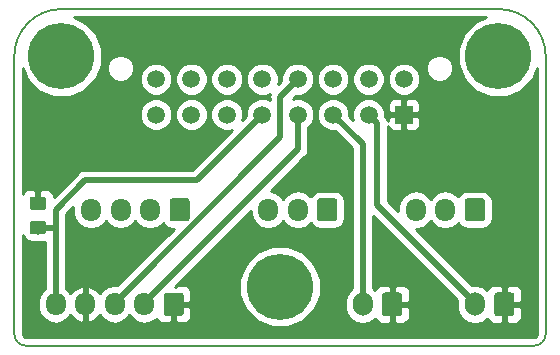
<source format=gtl>
%TF.GenerationSoftware,KiCad,Pcbnew,5.0.2+dfsg1-1*%
%TF.CreationDate,2022-04-03T13:41:23+09:00*%
%TF.ProjectId,toolhead-board,746f6f6c-6865-4616-942d-626f6172642e,rev?*%
%TF.SameCoordinates,Original*%
%TF.FileFunction,Copper,L1,Top*%
%TF.FilePolarity,Positive*%
%FSLAX46Y46*%
G04 Gerber Fmt 4.6, Leading zero omitted, Abs format (unit mm)*
G04 Created by KiCad (PCBNEW 5.0.2+dfsg1-1) date Sun 03 Apr 2022 01:41:23 PM JST*
%MOMM*%
%LPD*%
G01*
G04 APERTURE LIST*
%ADD10C,0.150000*%
%ADD11O,1.700000X1.950000*%
%ADD12C,0.100000*%
%ADD13C,1.700000*%
%ADD14R,1.500500X1.500500*%
%ADD15C,1.500500*%
%ADD16O,1.700000X2.000000*%
%ADD17C,5.600000*%
%ADD18C,1.150000*%
%ADD19C,0.500000*%
%ADD20C,0.254000*%
G04 APERTURE END LIST*
D10*
X165000000Y-98500000D02*
G75*
G02X164000000Y-99500000I-1000000J0D01*
G01*
X121000000Y-99500000D02*
G75*
G02X120000000Y-98500000I0J1000000D01*
G01*
X161000000Y-71000000D02*
G75*
G02X165000000Y-75000000I0J-4000000D01*
G01*
X120000000Y-75000000D02*
G75*
G02X124000000Y-71000000I4000000J0D01*
G01*
X120000000Y-75000000D02*
X120000000Y-98500000D01*
X161000000Y-71000000D02*
X124000000Y-71000000D01*
X165000000Y-98500000D02*
X165000000Y-75000000D01*
X121000000Y-99500000D02*
X164000000Y-99500000D01*
D11*
X154000000Y-88000000D03*
X156500000Y-88000000D03*
D12*
G36*
X159624504Y-87026204D02*
X159648773Y-87029804D01*
X159672571Y-87035765D01*
X159695671Y-87044030D01*
X159717849Y-87054520D01*
X159738893Y-87067133D01*
X159758598Y-87081747D01*
X159776777Y-87098223D01*
X159793253Y-87116402D01*
X159807867Y-87136107D01*
X159820480Y-87157151D01*
X159830970Y-87179329D01*
X159839235Y-87202429D01*
X159845196Y-87226227D01*
X159848796Y-87250496D01*
X159850000Y-87275000D01*
X159850000Y-88725000D01*
X159848796Y-88749504D01*
X159845196Y-88773773D01*
X159839235Y-88797571D01*
X159830970Y-88820671D01*
X159820480Y-88842849D01*
X159807867Y-88863893D01*
X159793253Y-88883598D01*
X159776777Y-88901777D01*
X159758598Y-88918253D01*
X159738893Y-88932867D01*
X159717849Y-88945480D01*
X159695671Y-88955970D01*
X159672571Y-88964235D01*
X159648773Y-88970196D01*
X159624504Y-88973796D01*
X159600000Y-88975000D01*
X158400000Y-88975000D01*
X158375496Y-88973796D01*
X158351227Y-88970196D01*
X158327429Y-88964235D01*
X158304329Y-88955970D01*
X158282151Y-88945480D01*
X158261107Y-88932867D01*
X158241402Y-88918253D01*
X158223223Y-88901777D01*
X158206747Y-88883598D01*
X158192133Y-88863893D01*
X158179520Y-88842849D01*
X158169030Y-88820671D01*
X158160765Y-88797571D01*
X158154804Y-88773773D01*
X158151204Y-88749504D01*
X158150000Y-88725000D01*
X158150000Y-87275000D01*
X158151204Y-87250496D01*
X158154804Y-87226227D01*
X158160765Y-87202429D01*
X158169030Y-87179329D01*
X158179520Y-87157151D01*
X158192133Y-87136107D01*
X158206747Y-87116402D01*
X158223223Y-87098223D01*
X158241402Y-87081747D01*
X158261107Y-87067133D01*
X158282151Y-87054520D01*
X158304329Y-87044030D01*
X158327429Y-87035765D01*
X158351227Y-87029804D01*
X158375496Y-87026204D01*
X158400000Y-87025000D01*
X159600000Y-87025000D01*
X159624504Y-87026204D01*
X159624504Y-87026204D01*
G37*
D13*
X159000000Y-88000000D03*
D14*
X152999994Y-79940000D03*
D15*
X149999995Y-79940000D03*
X146999996Y-79940000D03*
X143999997Y-79940000D03*
X140999998Y-79940000D03*
X137999999Y-79940000D03*
X135000000Y-79940000D03*
X132000000Y-79940000D03*
X152999994Y-76940001D03*
X149999995Y-76940001D03*
X146999996Y-76940001D03*
X143999997Y-76940001D03*
X140999998Y-76940001D03*
X137999999Y-76940001D03*
X135000000Y-76940001D03*
X132000000Y-76940001D03*
D16*
X159000000Y-96000000D03*
D12*
G36*
X162124504Y-95001204D02*
X162148773Y-95004804D01*
X162172571Y-95010765D01*
X162195671Y-95019030D01*
X162217849Y-95029520D01*
X162238893Y-95042133D01*
X162258598Y-95056747D01*
X162276777Y-95073223D01*
X162293253Y-95091402D01*
X162307867Y-95111107D01*
X162320480Y-95132151D01*
X162330970Y-95154329D01*
X162339235Y-95177429D01*
X162345196Y-95201227D01*
X162348796Y-95225496D01*
X162350000Y-95250000D01*
X162350000Y-96750000D01*
X162348796Y-96774504D01*
X162345196Y-96798773D01*
X162339235Y-96822571D01*
X162330970Y-96845671D01*
X162320480Y-96867849D01*
X162307867Y-96888893D01*
X162293253Y-96908598D01*
X162276777Y-96926777D01*
X162258598Y-96943253D01*
X162238893Y-96957867D01*
X162217849Y-96970480D01*
X162195671Y-96980970D01*
X162172571Y-96989235D01*
X162148773Y-96995196D01*
X162124504Y-96998796D01*
X162100000Y-97000000D01*
X160900000Y-97000000D01*
X160875496Y-96998796D01*
X160851227Y-96995196D01*
X160827429Y-96989235D01*
X160804329Y-96980970D01*
X160782151Y-96970480D01*
X160761107Y-96957867D01*
X160741402Y-96943253D01*
X160723223Y-96926777D01*
X160706747Y-96908598D01*
X160692133Y-96888893D01*
X160679520Y-96867849D01*
X160669030Y-96845671D01*
X160660765Y-96822571D01*
X160654804Y-96798773D01*
X160651204Y-96774504D01*
X160650000Y-96750000D01*
X160650000Y-95250000D01*
X160651204Y-95225496D01*
X160654804Y-95201227D01*
X160660765Y-95177429D01*
X160669030Y-95154329D01*
X160679520Y-95132151D01*
X160692133Y-95111107D01*
X160706747Y-95091402D01*
X160723223Y-95073223D01*
X160741402Y-95056747D01*
X160761107Y-95042133D01*
X160782151Y-95029520D01*
X160804329Y-95019030D01*
X160827429Y-95010765D01*
X160851227Y-95004804D01*
X160875496Y-95001204D01*
X160900000Y-95000000D01*
X162100000Y-95000000D01*
X162124504Y-95001204D01*
X162124504Y-95001204D01*
G37*
D13*
X161500000Y-96000000D03*
D12*
G36*
X152624504Y-95001204D02*
X152648773Y-95004804D01*
X152672571Y-95010765D01*
X152695671Y-95019030D01*
X152717849Y-95029520D01*
X152738893Y-95042133D01*
X152758598Y-95056747D01*
X152776777Y-95073223D01*
X152793253Y-95091402D01*
X152807867Y-95111107D01*
X152820480Y-95132151D01*
X152830970Y-95154329D01*
X152839235Y-95177429D01*
X152845196Y-95201227D01*
X152848796Y-95225496D01*
X152850000Y-95250000D01*
X152850000Y-96750000D01*
X152848796Y-96774504D01*
X152845196Y-96798773D01*
X152839235Y-96822571D01*
X152830970Y-96845671D01*
X152820480Y-96867849D01*
X152807867Y-96888893D01*
X152793253Y-96908598D01*
X152776777Y-96926777D01*
X152758598Y-96943253D01*
X152738893Y-96957867D01*
X152717849Y-96970480D01*
X152695671Y-96980970D01*
X152672571Y-96989235D01*
X152648773Y-96995196D01*
X152624504Y-96998796D01*
X152600000Y-97000000D01*
X151400000Y-97000000D01*
X151375496Y-96998796D01*
X151351227Y-96995196D01*
X151327429Y-96989235D01*
X151304329Y-96980970D01*
X151282151Y-96970480D01*
X151261107Y-96957867D01*
X151241402Y-96943253D01*
X151223223Y-96926777D01*
X151206747Y-96908598D01*
X151192133Y-96888893D01*
X151179520Y-96867849D01*
X151169030Y-96845671D01*
X151160765Y-96822571D01*
X151154804Y-96798773D01*
X151151204Y-96774504D01*
X151150000Y-96750000D01*
X151150000Y-95250000D01*
X151151204Y-95225496D01*
X151154804Y-95201227D01*
X151160765Y-95177429D01*
X151169030Y-95154329D01*
X151179520Y-95132151D01*
X151192133Y-95111107D01*
X151206747Y-95091402D01*
X151223223Y-95073223D01*
X151241402Y-95056747D01*
X151261107Y-95042133D01*
X151282151Y-95029520D01*
X151304329Y-95019030D01*
X151327429Y-95010765D01*
X151351227Y-95004804D01*
X151375496Y-95001204D01*
X151400000Y-95000000D01*
X152600000Y-95000000D01*
X152624504Y-95001204D01*
X152624504Y-95001204D01*
G37*
D13*
X152000000Y-96000000D03*
D16*
X149500000Y-96000000D03*
D12*
G36*
X147124504Y-87026204D02*
X147148773Y-87029804D01*
X147172571Y-87035765D01*
X147195671Y-87044030D01*
X147217849Y-87054520D01*
X147238893Y-87067133D01*
X147258598Y-87081747D01*
X147276777Y-87098223D01*
X147293253Y-87116402D01*
X147307867Y-87136107D01*
X147320480Y-87157151D01*
X147330970Y-87179329D01*
X147339235Y-87202429D01*
X147345196Y-87226227D01*
X147348796Y-87250496D01*
X147350000Y-87275000D01*
X147350000Y-88725000D01*
X147348796Y-88749504D01*
X147345196Y-88773773D01*
X147339235Y-88797571D01*
X147330970Y-88820671D01*
X147320480Y-88842849D01*
X147307867Y-88863893D01*
X147293253Y-88883598D01*
X147276777Y-88901777D01*
X147258598Y-88918253D01*
X147238893Y-88932867D01*
X147217849Y-88945480D01*
X147195671Y-88955970D01*
X147172571Y-88964235D01*
X147148773Y-88970196D01*
X147124504Y-88973796D01*
X147100000Y-88975000D01*
X145900000Y-88975000D01*
X145875496Y-88973796D01*
X145851227Y-88970196D01*
X145827429Y-88964235D01*
X145804329Y-88955970D01*
X145782151Y-88945480D01*
X145761107Y-88932867D01*
X145741402Y-88918253D01*
X145723223Y-88901777D01*
X145706747Y-88883598D01*
X145692133Y-88863893D01*
X145679520Y-88842849D01*
X145669030Y-88820671D01*
X145660765Y-88797571D01*
X145654804Y-88773773D01*
X145651204Y-88749504D01*
X145650000Y-88725000D01*
X145650000Y-87275000D01*
X145651204Y-87250496D01*
X145654804Y-87226227D01*
X145660765Y-87202429D01*
X145669030Y-87179329D01*
X145679520Y-87157151D01*
X145692133Y-87136107D01*
X145706747Y-87116402D01*
X145723223Y-87098223D01*
X145741402Y-87081747D01*
X145761107Y-87067133D01*
X145782151Y-87054520D01*
X145804329Y-87044030D01*
X145827429Y-87035765D01*
X145851227Y-87029804D01*
X145875496Y-87026204D01*
X145900000Y-87025000D01*
X147100000Y-87025000D01*
X147124504Y-87026204D01*
X147124504Y-87026204D01*
G37*
D13*
X146500000Y-88000000D03*
D11*
X144000000Y-88000000D03*
X141500000Y-88000000D03*
D12*
G36*
X134624504Y-87026204D02*
X134648773Y-87029804D01*
X134672571Y-87035765D01*
X134695671Y-87044030D01*
X134717849Y-87054520D01*
X134738893Y-87067133D01*
X134758598Y-87081747D01*
X134776777Y-87098223D01*
X134793253Y-87116402D01*
X134807867Y-87136107D01*
X134820480Y-87157151D01*
X134830970Y-87179329D01*
X134839235Y-87202429D01*
X134845196Y-87226227D01*
X134848796Y-87250496D01*
X134850000Y-87275000D01*
X134850000Y-88725000D01*
X134848796Y-88749504D01*
X134845196Y-88773773D01*
X134839235Y-88797571D01*
X134830970Y-88820671D01*
X134820480Y-88842849D01*
X134807867Y-88863893D01*
X134793253Y-88883598D01*
X134776777Y-88901777D01*
X134758598Y-88918253D01*
X134738893Y-88932867D01*
X134717849Y-88945480D01*
X134695671Y-88955970D01*
X134672571Y-88964235D01*
X134648773Y-88970196D01*
X134624504Y-88973796D01*
X134600000Y-88975000D01*
X133400000Y-88975000D01*
X133375496Y-88973796D01*
X133351227Y-88970196D01*
X133327429Y-88964235D01*
X133304329Y-88955970D01*
X133282151Y-88945480D01*
X133261107Y-88932867D01*
X133241402Y-88918253D01*
X133223223Y-88901777D01*
X133206747Y-88883598D01*
X133192133Y-88863893D01*
X133179520Y-88842849D01*
X133169030Y-88820671D01*
X133160765Y-88797571D01*
X133154804Y-88773773D01*
X133151204Y-88749504D01*
X133150000Y-88725000D01*
X133150000Y-87275000D01*
X133151204Y-87250496D01*
X133154804Y-87226227D01*
X133160765Y-87202429D01*
X133169030Y-87179329D01*
X133179520Y-87157151D01*
X133192133Y-87136107D01*
X133206747Y-87116402D01*
X133223223Y-87098223D01*
X133241402Y-87081747D01*
X133261107Y-87067133D01*
X133282151Y-87054520D01*
X133304329Y-87044030D01*
X133327429Y-87035765D01*
X133351227Y-87029804D01*
X133375496Y-87026204D01*
X133400000Y-87025000D01*
X134600000Y-87025000D01*
X134624504Y-87026204D01*
X134624504Y-87026204D01*
G37*
D13*
X134000000Y-88000000D03*
D11*
X131500000Y-88000000D03*
X129000000Y-88000000D03*
X126500000Y-88000000D03*
D12*
G36*
X134124504Y-95026204D02*
X134148773Y-95029804D01*
X134172571Y-95035765D01*
X134195671Y-95044030D01*
X134217849Y-95054520D01*
X134238893Y-95067133D01*
X134258598Y-95081747D01*
X134276777Y-95098223D01*
X134293253Y-95116402D01*
X134307867Y-95136107D01*
X134320480Y-95157151D01*
X134330970Y-95179329D01*
X134339235Y-95202429D01*
X134345196Y-95226227D01*
X134348796Y-95250496D01*
X134350000Y-95275000D01*
X134350000Y-96725000D01*
X134348796Y-96749504D01*
X134345196Y-96773773D01*
X134339235Y-96797571D01*
X134330970Y-96820671D01*
X134320480Y-96842849D01*
X134307867Y-96863893D01*
X134293253Y-96883598D01*
X134276777Y-96901777D01*
X134258598Y-96918253D01*
X134238893Y-96932867D01*
X134217849Y-96945480D01*
X134195671Y-96955970D01*
X134172571Y-96964235D01*
X134148773Y-96970196D01*
X134124504Y-96973796D01*
X134100000Y-96975000D01*
X132900000Y-96975000D01*
X132875496Y-96973796D01*
X132851227Y-96970196D01*
X132827429Y-96964235D01*
X132804329Y-96955970D01*
X132782151Y-96945480D01*
X132761107Y-96932867D01*
X132741402Y-96918253D01*
X132723223Y-96901777D01*
X132706747Y-96883598D01*
X132692133Y-96863893D01*
X132679520Y-96842849D01*
X132669030Y-96820671D01*
X132660765Y-96797571D01*
X132654804Y-96773773D01*
X132651204Y-96749504D01*
X132650000Y-96725000D01*
X132650000Y-95275000D01*
X132651204Y-95250496D01*
X132654804Y-95226227D01*
X132660765Y-95202429D01*
X132669030Y-95179329D01*
X132679520Y-95157151D01*
X132692133Y-95136107D01*
X132706747Y-95116402D01*
X132723223Y-95098223D01*
X132741402Y-95081747D01*
X132761107Y-95067133D01*
X132782151Y-95054520D01*
X132804329Y-95044030D01*
X132827429Y-95035765D01*
X132851227Y-95029804D01*
X132875496Y-95026204D01*
X132900000Y-95025000D01*
X134100000Y-95025000D01*
X134124504Y-95026204D01*
X134124504Y-95026204D01*
G37*
D13*
X133500000Y-96000000D03*
D11*
X131000000Y-96000000D03*
X128500000Y-96000000D03*
X126000000Y-96000000D03*
X123500000Y-96000000D03*
D17*
X124000000Y-75000000D03*
X161000000Y-75000000D03*
X142500000Y-94500000D03*
D12*
G36*
X122474505Y-88926204D02*
X122498773Y-88929804D01*
X122522572Y-88935765D01*
X122545671Y-88944030D01*
X122567850Y-88954520D01*
X122588893Y-88967132D01*
X122608599Y-88981747D01*
X122626777Y-88998223D01*
X122643253Y-89016401D01*
X122657868Y-89036107D01*
X122670480Y-89057150D01*
X122680970Y-89079329D01*
X122689235Y-89102428D01*
X122695196Y-89126227D01*
X122698796Y-89150495D01*
X122700000Y-89174999D01*
X122700000Y-89825001D01*
X122698796Y-89849505D01*
X122695196Y-89873773D01*
X122689235Y-89897572D01*
X122680970Y-89920671D01*
X122670480Y-89942850D01*
X122657868Y-89963893D01*
X122643253Y-89983599D01*
X122626777Y-90001777D01*
X122608599Y-90018253D01*
X122588893Y-90032868D01*
X122567850Y-90045480D01*
X122545671Y-90055970D01*
X122522572Y-90064235D01*
X122498773Y-90070196D01*
X122474505Y-90073796D01*
X122450001Y-90075000D01*
X121549999Y-90075000D01*
X121525495Y-90073796D01*
X121501227Y-90070196D01*
X121477428Y-90064235D01*
X121454329Y-90055970D01*
X121432150Y-90045480D01*
X121411107Y-90032868D01*
X121391401Y-90018253D01*
X121373223Y-90001777D01*
X121356747Y-89983599D01*
X121342132Y-89963893D01*
X121329520Y-89942850D01*
X121319030Y-89920671D01*
X121310765Y-89897572D01*
X121304804Y-89873773D01*
X121301204Y-89849505D01*
X121300000Y-89825001D01*
X121300000Y-89174999D01*
X121301204Y-89150495D01*
X121304804Y-89126227D01*
X121310765Y-89102428D01*
X121319030Y-89079329D01*
X121329520Y-89057150D01*
X121342132Y-89036107D01*
X121356747Y-89016401D01*
X121373223Y-88998223D01*
X121391401Y-88981747D01*
X121411107Y-88967132D01*
X121432150Y-88954520D01*
X121454329Y-88944030D01*
X121477428Y-88935765D01*
X121501227Y-88929804D01*
X121525495Y-88926204D01*
X121549999Y-88925000D01*
X122450001Y-88925000D01*
X122474505Y-88926204D01*
X122474505Y-88926204D01*
G37*
D18*
X122000000Y-89500000D03*
D12*
G36*
X122474505Y-86876204D02*
X122498773Y-86879804D01*
X122522572Y-86885765D01*
X122545671Y-86894030D01*
X122567850Y-86904520D01*
X122588893Y-86917132D01*
X122608599Y-86931747D01*
X122626777Y-86948223D01*
X122643253Y-86966401D01*
X122657868Y-86986107D01*
X122670480Y-87007150D01*
X122680970Y-87029329D01*
X122689235Y-87052428D01*
X122695196Y-87076227D01*
X122698796Y-87100495D01*
X122700000Y-87124999D01*
X122700000Y-87775001D01*
X122698796Y-87799505D01*
X122695196Y-87823773D01*
X122689235Y-87847572D01*
X122680970Y-87870671D01*
X122670480Y-87892850D01*
X122657868Y-87913893D01*
X122643253Y-87933599D01*
X122626777Y-87951777D01*
X122608599Y-87968253D01*
X122588893Y-87982868D01*
X122567850Y-87995480D01*
X122545671Y-88005970D01*
X122522572Y-88014235D01*
X122498773Y-88020196D01*
X122474505Y-88023796D01*
X122450001Y-88025000D01*
X121549999Y-88025000D01*
X121525495Y-88023796D01*
X121501227Y-88020196D01*
X121477428Y-88014235D01*
X121454329Y-88005970D01*
X121432150Y-87995480D01*
X121411107Y-87982868D01*
X121391401Y-87968253D01*
X121373223Y-87951777D01*
X121356747Y-87933599D01*
X121342132Y-87913893D01*
X121329520Y-87892850D01*
X121319030Y-87870671D01*
X121310765Y-87847572D01*
X121304804Y-87823773D01*
X121301204Y-87799505D01*
X121300000Y-87775001D01*
X121300000Y-87124999D01*
X121301204Y-87100495D01*
X121304804Y-87076227D01*
X121310765Y-87052428D01*
X121319030Y-87029329D01*
X121329520Y-87007150D01*
X121342132Y-86986107D01*
X121356747Y-86966401D01*
X121373223Y-86948223D01*
X121391401Y-86931747D01*
X121411107Y-86917132D01*
X121432150Y-86904520D01*
X121454329Y-86894030D01*
X121477428Y-86885765D01*
X121501227Y-86879804D01*
X121525495Y-86876204D01*
X121549999Y-86875000D01*
X122450001Y-86875000D01*
X122474505Y-86876204D01*
X122474505Y-86876204D01*
G37*
D18*
X122000000Y-87450000D03*
D19*
X159000000Y-95850000D02*
X159000000Y-96000000D01*
X150750244Y-87600244D02*
X159000000Y-95850000D01*
X150750244Y-80690249D02*
X150750244Y-87600244D01*
X149999995Y-79940000D02*
X150750244Y-80690249D01*
X149500000Y-82440004D02*
X149500000Y-96000000D01*
X146999996Y-79940000D02*
X149500000Y-82440004D01*
X123500000Y-96000000D02*
X123500000Y-91000000D01*
X135439998Y-85500000D02*
X140999998Y-79940000D01*
X126000000Y-85500000D02*
X135439998Y-85500000D01*
X123500000Y-88000000D02*
X126000000Y-85500000D01*
X122000000Y-89500000D02*
X123500000Y-89500000D01*
X123500000Y-91000000D02*
X123500000Y-89500000D01*
X123500000Y-89500000D02*
X123500000Y-88000000D01*
X128500000Y-95875000D02*
X142500000Y-81875000D01*
X128500000Y-96000000D02*
X128500000Y-95875000D01*
X142500000Y-78439998D02*
X143999997Y-76940001D01*
X142500000Y-81875000D02*
X142500000Y-78439998D01*
X143999997Y-81001013D02*
X143999997Y-79940000D01*
X143999997Y-82875003D02*
X143999997Y-81001013D01*
X131000000Y-95875000D02*
X143999997Y-82875003D01*
X131000000Y-96000000D02*
X131000000Y-95875000D01*
D20*
G36*
X159054229Y-72087947D02*
X158087947Y-73054229D01*
X157565000Y-74316736D01*
X157565000Y-75683264D01*
X158087947Y-76945771D01*
X159054229Y-77912053D01*
X160316736Y-78435000D01*
X161683264Y-78435000D01*
X162945771Y-77912053D01*
X163912053Y-76945771D01*
X164290001Y-76033323D01*
X164290000Y-98430070D01*
X164255074Y-98605655D01*
X164195225Y-98695226D01*
X164105655Y-98755074D01*
X163930070Y-98790000D01*
X121069930Y-98790000D01*
X120894345Y-98755074D01*
X120804774Y-98695225D01*
X120744926Y-98605655D01*
X120710000Y-98430070D01*
X120710000Y-90113773D01*
X120720873Y-90168436D01*
X120915414Y-90459586D01*
X121206564Y-90654127D01*
X121549999Y-90722440D01*
X122450001Y-90722440D01*
X122615000Y-90689620D01*
X122615000Y-91087164D01*
X122615001Y-91087169D01*
X122615000Y-94680344D01*
X122429375Y-94804375D01*
X122101161Y-95295582D01*
X122015000Y-95728744D01*
X122015000Y-96271255D01*
X122101161Y-96704417D01*
X122429375Y-97195625D01*
X122920582Y-97523839D01*
X123500000Y-97639092D01*
X124079417Y-97523839D01*
X124570625Y-97195625D01*
X124753246Y-96922313D01*
X125128807Y-97327497D01*
X125643110Y-97566476D01*
X125873000Y-97445155D01*
X125873000Y-96127000D01*
X125853000Y-96127000D01*
X125853000Y-95873000D01*
X125873000Y-95873000D01*
X125873000Y-94554845D01*
X125643110Y-94433524D01*
X125128807Y-94672503D01*
X124753246Y-95077687D01*
X124570625Y-94804375D01*
X124385000Y-94680344D01*
X124385000Y-89587164D01*
X124402338Y-89500000D01*
X124385000Y-89412835D01*
X124385000Y-88366578D01*
X125015000Y-87736578D01*
X125015000Y-88271255D01*
X125101161Y-88704417D01*
X125429375Y-89195625D01*
X125920582Y-89523839D01*
X126500000Y-89639092D01*
X127079417Y-89523839D01*
X127570625Y-89195625D01*
X127750000Y-88927171D01*
X127929375Y-89195625D01*
X128420582Y-89523839D01*
X129000000Y-89639092D01*
X129579417Y-89523839D01*
X130070625Y-89195625D01*
X130250000Y-88927171D01*
X130429375Y-89195625D01*
X130920582Y-89523839D01*
X131500000Y-89639092D01*
X132079417Y-89523839D01*
X132570625Y-89195625D01*
X132613242Y-89131844D01*
X132765414Y-89359586D01*
X133056565Y-89554126D01*
X133400000Y-89622440D01*
X133500982Y-89622440D01*
X128718960Y-94404462D01*
X128500000Y-94360908D01*
X127920583Y-94476161D01*
X127429375Y-94804375D01*
X127246754Y-95077687D01*
X126871193Y-94672503D01*
X126356890Y-94433524D01*
X126127000Y-94554845D01*
X126127000Y-95873000D01*
X126147000Y-95873000D01*
X126147000Y-96127000D01*
X126127000Y-96127000D01*
X126127000Y-97445155D01*
X126356890Y-97566476D01*
X126871193Y-97327497D01*
X127246754Y-96922313D01*
X127429375Y-97195625D01*
X127920582Y-97523839D01*
X128500000Y-97639092D01*
X129079417Y-97523839D01*
X129570625Y-97195625D01*
X129750000Y-96927171D01*
X129929375Y-97195625D01*
X130420582Y-97523839D01*
X131000000Y-97639092D01*
X131579417Y-97523839D01*
X132057656Y-97204291D01*
X132111673Y-97334699D01*
X132290302Y-97513327D01*
X132523691Y-97610000D01*
X133214250Y-97610000D01*
X133373000Y-97451250D01*
X133373000Y-96127000D01*
X133627000Y-96127000D01*
X133627000Y-97451250D01*
X133785750Y-97610000D01*
X134476309Y-97610000D01*
X134709698Y-97513327D01*
X134888327Y-97334699D01*
X134985000Y-97101310D01*
X134985000Y-96285750D01*
X134826250Y-96127000D01*
X133627000Y-96127000D01*
X133373000Y-96127000D01*
X133353000Y-96127000D01*
X133353000Y-95873000D01*
X133373000Y-95873000D01*
X133373000Y-95853000D01*
X133627000Y-95853000D01*
X133627000Y-95873000D01*
X134826250Y-95873000D01*
X134985000Y-95714250D01*
X134985000Y-94898690D01*
X134888327Y-94665301D01*
X134709698Y-94486673D01*
X134476309Y-94390000D01*
X133785750Y-94390000D01*
X133627002Y-94548748D01*
X133627002Y-94499576D01*
X134309842Y-93816736D01*
X139065000Y-93816736D01*
X139065000Y-95183264D01*
X139587947Y-96445771D01*
X140554229Y-97412053D01*
X141816736Y-97935000D01*
X143183264Y-97935000D01*
X144445771Y-97412053D01*
X145412053Y-96445771D01*
X145935000Y-95183264D01*
X145935000Y-93816736D01*
X145412053Y-92554229D01*
X144445771Y-91587947D01*
X143183264Y-91065000D01*
X141816736Y-91065000D01*
X140554229Y-91587947D01*
X139587947Y-92554229D01*
X139065000Y-93816736D01*
X134309842Y-93816736D01*
X140015000Y-88111579D01*
X140015000Y-88271255D01*
X140101161Y-88704417D01*
X140429375Y-89195625D01*
X140920582Y-89523839D01*
X141500000Y-89639092D01*
X142079417Y-89523839D01*
X142570625Y-89195625D01*
X142750000Y-88927171D01*
X142929375Y-89195625D01*
X143420582Y-89523839D01*
X144000000Y-89639092D01*
X144579417Y-89523839D01*
X145070625Y-89195625D01*
X145113242Y-89131844D01*
X145265414Y-89359586D01*
X145556565Y-89554126D01*
X145900000Y-89622440D01*
X147100000Y-89622440D01*
X147443435Y-89554126D01*
X147734586Y-89359586D01*
X147929126Y-89068435D01*
X147997440Y-88725000D01*
X147997440Y-87275000D01*
X147929126Y-86931565D01*
X147734586Y-86640414D01*
X147443435Y-86445874D01*
X147100000Y-86377560D01*
X145900000Y-86377560D01*
X145556565Y-86445874D01*
X145265414Y-86640414D01*
X145113242Y-86868156D01*
X145070625Y-86804375D01*
X144579418Y-86476161D01*
X144000000Y-86360908D01*
X143420583Y-86476161D01*
X142929375Y-86804375D01*
X142750000Y-87072829D01*
X142570625Y-86804375D01*
X142079418Y-86476161D01*
X141721593Y-86404985D01*
X144564154Y-83562425D01*
X144638046Y-83513052D01*
X144833649Y-83220313D01*
X144884997Y-82962168D01*
X144884997Y-82962163D01*
X144902334Y-82875004D01*
X144884997Y-82787844D01*
X144884997Y-81014040D01*
X145174356Y-80724681D01*
X145385247Y-80215543D01*
X145385247Y-79664457D01*
X145614746Y-79664457D01*
X145614746Y-80215543D01*
X145825637Y-80724681D01*
X146215315Y-81114359D01*
X146724453Y-81325250D01*
X147133668Y-81325250D01*
X148615000Y-82806583D01*
X148615001Y-94655344D01*
X148429375Y-94779375D01*
X148101161Y-95270582D01*
X148015000Y-95703744D01*
X148015000Y-96296255D01*
X148101161Y-96729417D01*
X148429375Y-97220625D01*
X148920582Y-97548839D01*
X149500000Y-97664092D01*
X150079417Y-97548839D01*
X150557656Y-97229291D01*
X150611673Y-97359699D01*
X150790302Y-97538327D01*
X151023691Y-97635000D01*
X151714250Y-97635000D01*
X151873000Y-97476250D01*
X151873000Y-96127000D01*
X152127000Y-96127000D01*
X152127000Y-97476250D01*
X152285750Y-97635000D01*
X152976309Y-97635000D01*
X153209698Y-97538327D01*
X153388327Y-97359699D01*
X153485000Y-97126310D01*
X153485000Y-96285750D01*
X153326250Y-96127000D01*
X152127000Y-96127000D01*
X151873000Y-96127000D01*
X151853000Y-96127000D01*
X151853000Y-95873000D01*
X151873000Y-95873000D01*
X151873000Y-94523750D01*
X152127000Y-94523750D01*
X152127000Y-95873000D01*
X153326250Y-95873000D01*
X153485000Y-95714250D01*
X153485000Y-94873690D01*
X153388327Y-94640301D01*
X153209698Y-94461673D01*
X152976309Y-94365000D01*
X152285750Y-94365000D01*
X152127000Y-94523750D01*
X151873000Y-94523750D01*
X151714250Y-94365000D01*
X151023691Y-94365000D01*
X150790302Y-94461673D01*
X150611673Y-94640301D01*
X150557656Y-94770709D01*
X150385000Y-94655344D01*
X150385000Y-88486578D01*
X157529462Y-95631040D01*
X157515000Y-95703744D01*
X157515000Y-96296255D01*
X157601161Y-96729417D01*
X157929375Y-97220625D01*
X158420582Y-97548839D01*
X159000000Y-97664092D01*
X159579417Y-97548839D01*
X160057656Y-97229291D01*
X160111673Y-97359699D01*
X160290302Y-97538327D01*
X160523691Y-97635000D01*
X161214250Y-97635000D01*
X161373000Y-97476250D01*
X161373000Y-96127000D01*
X161627000Y-96127000D01*
X161627000Y-97476250D01*
X161785750Y-97635000D01*
X162476309Y-97635000D01*
X162709698Y-97538327D01*
X162888327Y-97359699D01*
X162985000Y-97126310D01*
X162985000Y-96285750D01*
X162826250Y-96127000D01*
X161627000Y-96127000D01*
X161373000Y-96127000D01*
X161353000Y-96127000D01*
X161353000Y-95873000D01*
X161373000Y-95873000D01*
X161373000Y-94523750D01*
X161627000Y-94523750D01*
X161627000Y-95873000D01*
X162826250Y-95873000D01*
X162985000Y-95714250D01*
X162985000Y-94873690D01*
X162888327Y-94640301D01*
X162709698Y-94461673D01*
X162476309Y-94365000D01*
X161785750Y-94365000D01*
X161627000Y-94523750D01*
X161373000Y-94523750D01*
X161214250Y-94365000D01*
X160523691Y-94365000D01*
X160290302Y-94461673D01*
X160111673Y-94640301D01*
X160057656Y-94770709D01*
X159579418Y-94451161D01*
X159000000Y-94335908D01*
X158781041Y-94379462D01*
X154033923Y-89632344D01*
X154579417Y-89523839D01*
X155070625Y-89195625D01*
X155250000Y-88927171D01*
X155429375Y-89195625D01*
X155920582Y-89523839D01*
X156500000Y-89639092D01*
X157079417Y-89523839D01*
X157570625Y-89195625D01*
X157613242Y-89131844D01*
X157765414Y-89359586D01*
X158056565Y-89554126D01*
X158400000Y-89622440D01*
X159600000Y-89622440D01*
X159943435Y-89554126D01*
X160234586Y-89359586D01*
X160429126Y-89068435D01*
X160497440Y-88725000D01*
X160497440Y-87275000D01*
X160429126Y-86931565D01*
X160234586Y-86640414D01*
X159943435Y-86445874D01*
X159600000Y-86377560D01*
X158400000Y-86377560D01*
X158056565Y-86445874D01*
X157765414Y-86640414D01*
X157613242Y-86868156D01*
X157570625Y-86804375D01*
X157079418Y-86476161D01*
X156500000Y-86360908D01*
X155920583Y-86476161D01*
X155429375Y-86804375D01*
X155250000Y-87072829D01*
X155070625Y-86804375D01*
X154579418Y-86476161D01*
X154000000Y-86360908D01*
X153420583Y-86476161D01*
X152929375Y-86804375D01*
X152601161Y-87295582D01*
X152515000Y-87728744D01*
X152515000Y-88113422D01*
X151635244Y-87233666D01*
X151635244Y-80866051D01*
X151711417Y-81049949D01*
X151890046Y-81228577D01*
X152123435Y-81325250D01*
X152714244Y-81325250D01*
X152872994Y-81166500D01*
X152872994Y-80067000D01*
X153126994Y-80067000D01*
X153126994Y-81166500D01*
X153285744Y-81325250D01*
X153876553Y-81325250D01*
X154109942Y-81228577D01*
X154288571Y-81049949D01*
X154385244Y-80816560D01*
X154385244Y-80225750D01*
X154226494Y-80067000D01*
X153126994Y-80067000D01*
X152872994Y-80067000D01*
X151773494Y-80067000D01*
X151614744Y-80225750D01*
X151614744Y-80500023D01*
X151583896Y-80344939D01*
X151388293Y-80052200D01*
X151385245Y-80050163D01*
X151385245Y-79664457D01*
X151174354Y-79155319D01*
X151082475Y-79063440D01*
X151614744Y-79063440D01*
X151614744Y-79654250D01*
X151773494Y-79813000D01*
X152872994Y-79813000D01*
X152872994Y-78713500D01*
X153126994Y-78713500D01*
X153126994Y-79813000D01*
X154226494Y-79813000D01*
X154385244Y-79654250D01*
X154385244Y-79063440D01*
X154288571Y-78830051D01*
X154109942Y-78651423D01*
X153876553Y-78554750D01*
X153285744Y-78554750D01*
X153126994Y-78713500D01*
X152872994Y-78713500D01*
X152714244Y-78554750D01*
X152123435Y-78554750D01*
X151890046Y-78651423D01*
X151711417Y-78830051D01*
X151614744Y-79063440D01*
X151082475Y-79063440D01*
X150784676Y-78765641D01*
X150275538Y-78554750D01*
X149724452Y-78554750D01*
X149215314Y-78765641D01*
X148825636Y-79155319D01*
X148614745Y-79664457D01*
X148614745Y-80215543D01*
X148676707Y-80365132D01*
X148385246Y-80073672D01*
X148385246Y-79664457D01*
X148174355Y-79155319D01*
X147784677Y-78765641D01*
X147275539Y-78554750D01*
X146724453Y-78554750D01*
X146215315Y-78765641D01*
X145825637Y-79155319D01*
X145614746Y-79664457D01*
X145385247Y-79664457D01*
X145174356Y-79155319D01*
X144784678Y-78765641D01*
X144275540Y-78554750D01*
X143724454Y-78554750D01*
X143574865Y-78616712D01*
X143866325Y-78325251D01*
X144275540Y-78325251D01*
X144784678Y-78114360D01*
X145174356Y-77724682D01*
X145385247Y-77215544D01*
X145385247Y-76664458D01*
X145614746Y-76664458D01*
X145614746Y-77215544D01*
X145825637Y-77724682D01*
X146215315Y-78114360D01*
X146724453Y-78325251D01*
X147275539Y-78325251D01*
X147784677Y-78114360D01*
X148174355Y-77724682D01*
X148385246Y-77215544D01*
X148385246Y-76664458D01*
X148614745Y-76664458D01*
X148614745Y-77215544D01*
X148825636Y-77724682D01*
X149215314Y-78114360D01*
X149724452Y-78325251D01*
X150275538Y-78325251D01*
X150784676Y-78114360D01*
X151174354Y-77724682D01*
X151385245Y-77215544D01*
X151385245Y-76664458D01*
X151614744Y-76664458D01*
X151614744Y-77215544D01*
X151825635Y-77724682D01*
X152215313Y-78114360D01*
X152724451Y-78325251D01*
X153275537Y-78325251D01*
X153784675Y-78114360D01*
X154174353Y-77724682D01*
X154385244Y-77215544D01*
X154385244Y-76664458D01*
X154174353Y-76155320D01*
X153791278Y-75772245D01*
X154854993Y-75772245D01*
X154854993Y-76227755D01*
X155029309Y-76648590D01*
X155351403Y-76970684D01*
X155772238Y-77145000D01*
X156227748Y-77145000D01*
X156648583Y-76970684D01*
X156970677Y-76648590D01*
X157144993Y-76227755D01*
X157144993Y-75772245D01*
X156970677Y-75351410D01*
X156648583Y-75029316D01*
X156227748Y-74855000D01*
X155772238Y-74855000D01*
X155351403Y-75029316D01*
X155029309Y-75351410D01*
X154854993Y-75772245D01*
X153791278Y-75772245D01*
X153784675Y-75765642D01*
X153275537Y-75554751D01*
X152724451Y-75554751D01*
X152215313Y-75765642D01*
X151825635Y-76155320D01*
X151614744Y-76664458D01*
X151385245Y-76664458D01*
X151174354Y-76155320D01*
X150784676Y-75765642D01*
X150275538Y-75554751D01*
X149724452Y-75554751D01*
X149215314Y-75765642D01*
X148825636Y-76155320D01*
X148614745Y-76664458D01*
X148385246Y-76664458D01*
X148174355Y-76155320D01*
X147784677Y-75765642D01*
X147275539Y-75554751D01*
X146724453Y-75554751D01*
X146215315Y-75765642D01*
X145825637Y-76155320D01*
X145614746Y-76664458D01*
X145385247Y-76664458D01*
X145174356Y-76155320D01*
X144784678Y-75765642D01*
X144275540Y-75554751D01*
X143724454Y-75554751D01*
X143215316Y-75765642D01*
X142825638Y-76155320D01*
X142614747Y-76664458D01*
X142614747Y-77073673D01*
X142323286Y-77365133D01*
X142385248Y-77215544D01*
X142385248Y-76664458D01*
X142174357Y-76155320D01*
X141784679Y-75765642D01*
X141275541Y-75554751D01*
X140724455Y-75554751D01*
X140215317Y-75765642D01*
X139825639Y-76155320D01*
X139614748Y-76664458D01*
X139614748Y-77215544D01*
X139825639Y-77724682D01*
X140215317Y-78114360D01*
X140724455Y-78325251D01*
X141275541Y-78325251D01*
X141651459Y-78169541D01*
X141597663Y-78439998D01*
X141615001Y-78527163D01*
X141615001Y-78695358D01*
X141275541Y-78554750D01*
X140724455Y-78554750D01*
X140215317Y-78765641D01*
X139825639Y-79155319D01*
X139614748Y-79664457D01*
X139614748Y-80073671D01*
X139323288Y-80365132D01*
X139385249Y-80215543D01*
X139385249Y-79664457D01*
X139174358Y-79155319D01*
X138784680Y-78765641D01*
X138275542Y-78554750D01*
X137724456Y-78554750D01*
X137215318Y-78765641D01*
X136825640Y-79155319D01*
X136614749Y-79664457D01*
X136614749Y-80215543D01*
X136825640Y-80724681D01*
X137215318Y-81114359D01*
X137724456Y-81325250D01*
X138275542Y-81325250D01*
X138425131Y-81263289D01*
X135073420Y-84615000D01*
X126087161Y-84615000D01*
X126000000Y-84597663D01*
X125912839Y-84615000D01*
X125912835Y-84615000D01*
X125654690Y-84666348D01*
X125435845Y-84812576D01*
X125435844Y-84812577D01*
X125361951Y-84861951D01*
X125312577Y-84935844D01*
X123335000Y-86913422D01*
X123335000Y-86748691D01*
X123238327Y-86515302D01*
X123059699Y-86336673D01*
X122826310Y-86240000D01*
X122285750Y-86240000D01*
X122127000Y-86398750D01*
X122127000Y-87323000D01*
X122147000Y-87323000D01*
X122147000Y-87577000D01*
X122127000Y-87577000D01*
X122127000Y-87597000D01*
X121873000Y-87597000D01*
X121873000Y-87577000D01*
X121853000Y-87577000D01*
X121853000Y-87323000D01*
X121873000Y-87323000D01*
X121873000Y-86398750D01*
X121714250Y-86240000D01*
X121173690Y-86240000D01*
X120940301Y-86336673D01*
X120761673Y-86515302D01*
X120710000Y-86640052D01*
X120710000Y-79664457D01*
X130614750Y-79664457D01*
X130614750Y-80215543D01*
X130825641Y-80724681D01*
X131215319Y-81114359D01*
X131724457Y-81325250D01*
X132275543Y-81325250D01*
X132784681Y-81114359D01*
X133174359Y-80724681D01*
X133385250Y-80215543D01*
X133385250Y-79664457D01*
X133614750Y-79664457D01*
X133614750Y-80215543D01*
X133825641Y-80724681D01*
X134215319Y-81114359D01*
X134724457Y-81325250D01*
X135275543Y-81325250D01*
X135784681Y-81114359D01*
X136174359Y-80724681D01*
X136385250Y-80215543D01*
X136385250Y-79664457D01*
X136174359Y-79155319D01*
X135784681Y-78765641D01*
X135275543Y-78554750D01*
X134724457Y-78554750D01*
X134215319Y-78765641D01*
X133825641Y-79155319D01*
X133614750Y-79664457D01*
X133385250Y-79664457D01*
X133174359Y-79155319D01*
X132784681Y-78765641D01*
X132275543Y-78554750D01*
X131724457Y-78554750D01*
X131215319Y-78765641D01*
X130825641Y-79155319D01*
X130614750Y-79664457D01*
X120710000Y-79664457D01*
X120710000Y-76033325D01*
X121087947Y-76945771D01*
X122054229Y-77912053D01*
X123316736Y-78435000D01*
X124683264Y-78435000D01*
X125945771Y-77912053D01*
X126912053Y-76945771D01*
X127398142Y-75772245D01*
X127855047Y-75772245D01*
X127855047Y-76227755D01*
X128029363Y-76648590D01*
X128351457Y-76970684D01*
X128772292Y-77145000D01*
X129227802Y-77145000D01*
X129648637Y-76970684D01*
X129954863Y-76664458D01*
X130614750Y-76664458D01*
X130614750Y-77215544D01*
X130825641Y-77724682D01*
X131215319Y-78114360D01*
X131724457Y-78325251D01*
X132275543Y-78325251D01*
X132784681Y-78114360D01*
X133174359Y-77724682D01*
X133385250Y-77215544D01*
X133385250Y-76664458D01*
X133614750Y-76664458D01*
X133614750Y-77215544D01*
X133825641Y-77724682D01*
X134215319Y-78114360D01*
X134724457Y-78325251D01*
X135275543Y-78325251D01*
X135784681Y-78114360D01*
X136174359Y-77724682D01*
X136385250Y-77215544D01*
X136385250Y-76664458D01*
X136614749Y-76664458D01*
X136614749Y-77215544D01*
X136825640Y-77724682D01*
X137215318Y-78114360D01*
X137724456Y-78325251D01*
X138275542Y-78325251D01*
X138784680Y-78114360D01*
X139174358Y-77724682D01*
X139385249Y-77215544D01*
X139385249Y-76664458D01*
X139174358Y-76155320D01*
X138784680Y-75765642D01*
X138275542Y-75554751D01*
X137724456Y-75554751D01*
X137215318Y-75765642D01*
X136825640Y-76155320D01*
X136614749Y-76664458D01*
X136385250Y-76664458D01*
X136174359Y-76155320D01*
X135784681Y-75765642D01*
X135275543Y-75554751D01*
X134724457Y-75554751D01*
X134215319Y-75765642D01*
X133825641Y-76155320D01*
X133614750Y-76664458D01*
X133385250Y-76664458D01*
X133174359Y-76155320D01*
X132784681Y-75765642D01*
X132275543Y-75554751D01*
X131724457Y-75554751D01*
X131215319Y-75765642D01*
X130825641Y-76155320D01*
X130614750Y-76664458D01*
X129954863Y-76664458D01*
X129970731Y-76648590D01*
X130145047Y-76227755D01*
X130145047Y-75772245D01*
X129970731Y-75351410D01*
X129648637Y-75029316D01*
X129227802Y-74855000D01*
X128772292Y-74855000D01*
X128351457Y-75029316D01*
X128029363Y-75351410D01*
X127855047Y-75772245D01*
X127398142Y-75772245D01*
X127435000Y-75683264D01*
X127435000Y-74316736D01*
X126912053Y-73054229D01*
X125945771Y-72087947D01*
X125033325Y-71710000D01*
X159966675Y-71710000D01*
X159054229Y-72087947D01*
X159054229Y-72087947D01*
G37*
X159054229Y-72087947D02*
X158087947Y-73054229D01*
X157565000Y-74316736D01*
X157565000Y-75683264D01*
X158087947Y-76945771D01*
X159054229Y-77912053D01*
X160316736Y-78435000D01*
X161683264Y-78435000D01*
X162945771Y-77912053D01*
X163912053Y-76945771D01*
X164290001Y-76033323D01*
X164290000Y-98430070D01*
X164255074Y-98605655D01*
X164195225Y-98695226D01*
X164105655Y-98755074D01*
X163930070Y-98790000D01*
X121069930Y-98790000D01*
X120894345Y-98755074D01*
X120804774Y-98695225D01*
X120744926Y-98605655D01*
X120710000Y-98430070D01*
X120710000Y-90113773D01*
X120720873Y-90168436D01*
X120915414Y-90459586D01*
X121206564Y-90654127D01*
X121549999Y-90722440D01*
X122450001Y-90722440D01*
X122615000Y-90689620D01*
X122615000Y-91087164D01*
X122615001Y-91087169D01*
X122615000Y-94680344D01*
X122429375Y-94804375D01*
X122101161Y-95295582D01*
X122015000Y-95728744D01*
X122015000Y-96271255D01*
X122101161Y-96704417D01*
X122429375Y-97195625D01*
X122920582Y-97523839D01*
X123500000Y-97639092D01*
X124079417Y-97523839D01*
X124570625Y-97195625D01*
X124753246Y-96922313D01*
X125128807Y-97327497D01*
X125643110Y-97566476D01*
X125873000Y-97445155D01*
X125873000Y-96127000D01*
X125853000Y-96127000D01*
X125853000Y-95873000D01*
X125873000Y-95873000D01*
X125873000Y-94554845D01*
X125643110Y-94433524D01*
X125128807Y-94672503D01*
X124753246Y-95077687D01*
X124570625Y-94804375D01*
X124385000Y-94680344D01*
X124385000Y-89587164D01*
X124402338Y-89500000D01*
X124385000Y-89412835D01*
X124385000Y-88366578D01*
X125015000Y-87736578D01*
X125015000Y-88271255D01*
X125101161Y-88704417D01*
X125429375Y-89195625D01*
X125920582Y-89523839D01*
X126500000Y-89639092D01*
X127079417Y-89523839D01*
X127570625Y-89195625D01*
X127750000Y-88927171D01*
X127929375Y-89195625D01*
X128420582Y-89523839D01*
X129000000Y-89639092D01*
X129579417Y-89523839D01*
X130070625Y-89195625D01*
X130250000Y-88927171D01*
X130429375Y-89195625D01*
X130920582Y-89523839D01*
X131500000Y-89639092D01*
X132079417Y-89523839D01*
X132570625Y-89195625D01*
X132613242Y-89131844D01*
X132765414Y-89359586D01*
X133056565Y-89554126D01*
X133400000Y-89622440D01*
X133500982Y-89622440D01*
X128718960Y-94404462D01*
X128500000Y-94360908D01*
X127920583Y-94476161D01*
X127429375Y-94804375D01*
X127246754Y-95077687D01*
X126871193Y-94672503D01*
X126356890Y-94433524D01*
X126127000Y-94554845D01*
X126127000Y-95873000D01*
X126147000Y-95873000D01*
X126147000Y-96127000D01*
X126127000Y-96127000D01*
X126127000Y-97445155D01*
X126356890Y-97566476D01*
X126871193Y-97327497D01*
X127246754Y-96922313D01*
X127429375Y-97195625D01*
X127920582Y-97523839D01*
X128500000Y-97639092D01*
X129079417Y-97523839D01*
X129570625Y-97195625D01*
X129750000Y-96927171D01*
X129929375Y-97195625D01*
X130420582Y-97523839D01*
X131000000Y-97639092D01*
X131579417Y-97523839D01*
X132057656Y-97204291D01*
X132111673Y-97334699D01*
X132290302Y-97513327D01*
X132523691Y-97610000D01*
X133214250Y-97610000D01*
X133373000Y-97451250D01*
X133373000Y-96127000D01*
X133627000Y-96127000D01*
X133627000Y-97451250D01*
X133785750Y-97610000D01*
X134476309Y-97610000D01*
X134709698Y-97513327D01*
X134888327Y-97334699D01*
X134985000Y-97101310D01*
X134985000Y-96285750D01*
X134826250Y-96127000D01*
X133627000Y-96127000D01*
X133373000Y-96127000D01*
X133353000Y-96127000D01*
X133353000Y-95873000D01*
X133373000Y-95873000D01*
X133373000Y-95853000D01*
X133627000Y-95853000D01*
X133627000Y-95873000D01*
X134826250Y-95873000D01*
X134985000Y-95714250D01*
X134985000Y-94898690D01*
X134888327Y-94665301D01*
X134709698Y-94486673D01*
X134476309Y-94390000D01*
X133785750Y-94390000D01*
X133627002Y-94548748D01*
X133627002Y-94499576D01*
X134309842Y-93816736D01*
X139065000Y-93816736D01*
X139065000Y-95183264D01*
X139587947Y-96445771D01*
X140554229Y-97412053D01*
X141816736Y-97935000D01*
X143183264Y-97935000D01*
X144445771Y-97412053D01*
X145412053Y-96445771D01*
X145935000Y-95183264D01*
X145935000Y-93816736D01*
X145412053Y-92554229D01*
X144445771Y-91587947D01*
X143183264Y-91065000D01*
X141816736Y-91065000D01*
X140554229Y-91587947D01*
X139587947Y-92554229D01*
X139065000Y-93816736D01*
X134309842Y-93816736D01*
X140015000Y-88111579D01*
X140015000Y-88271255D01*
X140101161Y-88704417D01*
X140429375Y-89195625D01*
X140920582Y-89523839D01*
X141500000Y-89639092D01*
X142079417Y-89523839D01*
X142570625Y-89195625D01*
X142750000Y-88927171D01*
X142929375Y-89195625D01*
X143420582Y-89523839D01*
X144000000Y-89639092D01*
X144579417Y-89523839D01*
X145070625Y-89195625D01*
X145113242Y-89131844D01*
X145265414Y-89359586D01*
X145556565Y-89554126D01*
X145900000Y-89622440D01*
X147100000Y-89622440D01*
X147443435Y-89554126D01*
X147734586Y-89359586D01*
X147929126Y-89068435D01*
X147997440Y-88725000D01*
X147997440Y-87275000D01*
X147929126Y-86931565D01*
X147734586Y-86640414D01*
X147443435Y-86445874D01*
X147100000Y-86377560D01*
X145900000Y-86377560D01*
X145556565Y-86445874D01*
X145265414Y-86640414D01*
X145113242Y-86868156D01*
X145070625Y-86804375D01*
X144579418Y-86476161D01*
X144000000Y-86360908D01*
X143420583Y-86476161D01*
X142929375Y-86804375D01*
X142750000Y-87072829D01*
X142570625Y-86804375D01*
X142079418Y-86476161D01*
X141721593Y-86404985D01*
X144564154Y-83562425D01*
X144638046Y-83513052D01*
X144833649Y-83220313D01*
X144884997Y-82962168D01*
X144884997Y-82962163D01*
X144902334Y-82875004D01*
X144884997Y-82787844D01*
X144884997Y-81014040D01*
X145174356Y-80724681D01*
X145385247Y-80215543D01*
X145385247Y-79664457D01*
X145614746Y-79664457D01*
X145614746Y-80215543D01*
X145825637Y-80724681D01*
X146215315Y-81114359D01*
X146724453Y-81325250D01*
X147133668Y-81325250D01*
X148615000Y-82806583D01*
X148615001Y-94655344D01*
X148429375Y-94779375D01*
X148101161Y-95270582D01*
X148015000Y-95703744D01*
X148015000Y-96296255D01*
X148101161Y-96729417D01*
X148429375Y-97220625D01*
X148920582Y-97548839D01*
X149500000Y-97664092D01*
X150079417Y-97548839D01*
X150557656Y-97229291D01*
X150611673Y-97359699D01*
X150790302Y-97538327D01*
X151023691Y-97635000D01*
X151714250Y-97635000D01*
X151873000Y-97476250D01*
X151873000Y-96127000D01*
X152127000Y-96127000D01*
X152127000Y-97476250D01*
X152285750Y-97635000D01*
X152976309Y-97635000D01*
X153209698Y-97538327D01*
X153388327Y-97359699D01*
X153485000Y-97126310D01*
X153485000Y-96285750D01*
X153326250Y-96127000D01*
X152127000Y-96127000D01*
X151873000Y-96127000D01*
X151853000Y-96127000D01*
X151853000Y-95873000D01*
X151873000Y-95873000D01*
X151873000Y-94523750D01*
X152127000Y-94523750D01*
X152127000Y-95873000D01*
X153326250Y-95873000D01*
X153485000Y-95714250D01*
X153485000Y-94873690D01*
X153388327Y-94640301D01*
X153209698Y-94461673D01*
X152976309Y-94365000D01*
X152285750Y-94365000D01*
X152127000Y-94523750D01*
X151873000Y-94523750D01*
X151714250Y-94365000D01*
X151023691Y-94365000D01*
X150790302Y-94461673D01*
X150611673Y-94640301D01*
X150557656Y-94770709D01*
X150385000Y-94655344D01*
X150385000Y-88486578D01*
X157529462Y-95631040D01*
X157515000Y-95703744D01*
X157515000Y-96296255D01*
X157601161Y-96729417D01*
X157929375Y-97220625D01*
X158420582Y-97548839D01*
X159000000Y-97664092D01*
X159579417Y-97548839D01*
X160057656Y-97229291D01*
X160111673Y-97359699D01*
X160290302Y-97538327D01*
X160523691Y-97635000D01*
X161214250Y-97635000D01*
X161373000Y-97476250D01*
X161373000Y-96127000D01*
X161627000Y-96127000D01*
X161627000Y-97476250D01*
X161785750Y-97635000D01*
X162476309Y-97635000D01*
X162709698Y-97538327D01*
X162888327Y-97359699D01*
X162985000Y-97126310D01*
X162985000Y-96285750D01*
X162826250Y-96127000D01*
X161627000Y-96127000D01*
X161373000Y-96127000D01*
X161353000Y-96127000D01*
X161353000Y-95873000D01*
X161373000Y-95873000D01*
X161373000Y-94523750D01*
X161627000Y-94523750D01*
X161627000Y-95873000D01*
X162826250Y-95873000D01*
X162985000Y-95714250D01*
X162985000Y-94873690D01*
X162888327Y-94640301D01*
X162709698Y-94461673D01*
X162476309Y-94365000D01*
X161785750Y-94365000D01*
X161627000Y-94523750D01*
X161373000Y-94523750D01*
X161214250Y-94365000D01*
X160523691Y-94365000D01*
X160290302Y-94461673D01*
X160111673Y-94640301D01*
X160057656Y-94770709D01*
X159579418Y-94451161D01*
X159000000Y-94335908D01*
X158781041Y-94379462D01*
X154033923Y-89632344D01*
X154579417Y-89523839D01*
X155070625Y-89195625D01*
X155250000Y-88927171D01*
X155429375Y-89195625D01*
X155920582Y-89523839D01*
X156500000Y-89639092D01*
X157079417Y-89523839D01*
X157570625Y-89195625D01*
X157613242Y-89131844D01*
X157765414Y-89359586D01*
X158056565Y-89554126D01*
X158400000Y-89622440D01*
X159600000Y-89622440D01*
X159943435Y-89554126D01*
X160234586Y-89359586D01*
X160429126Y-89068435D01*
X160497440Y-88725000D01*
X160497440Y-87275000D01*
X160429126Y-86931565D01*
X160234586Y-86640414D01*
X159943435Y-86445874D01*
X159600000Y-86377560D01*
X158400000Y-86377560D01*
X158056565Y-86445874D01*
X157765414Y-86640414D01*
X157613242Y-86868156D01*
X157570625Y-86804375D01*
X157079418Y-86476161D01*
X156500000Y-86360908D01*
X155920583Y-86476161D01*
X155429375Y-86804375D01*
X155250000Y-87072829D01*
X155070625Y-86804375D01*
X154579418Y-86476161D01*
X154000000Y-86360908D01*
X153420583Y-86476161D01*
X152929375Y-86804375D01*
X152601161Y-87295582D01*
X152515000Y-87728744D01*
X152515000Y-88113422D01*
X151635244Y-87233666D01*
X151635244Y-80866051D01*
X151711417Y-81049949D01*
X151890046Y-81228577D01*
X152123435Y-81325250D01*
X152714244Y-81325250D01*
X152872994Y-81166500D01*
X152872994Y-80067000D01*
X153126994Y-80067000D01*
X153126994Y-81166500D01*
X153285744Y-81325250D01*
X153876553Y-81325250D01*
X154109942Y-81228577D01*
X154288571Y-81049949D01*
X154385244Y-80816560D01*
X154385244Y-80225750D01*
X154226494Y-80067000D01*
X153126994Y-80067000D01*
X152872994Y-80067000D01*
X151773494Y-80067000D01*
X151614744Y-80225750D01*
X151614744Y-80500023D01*
X151583896Y-80344939D01*
X151388293Y-80052200D01*
X151385245Y-80050163D01*
X151385245Y-79664457D01*
X151174354Y-79155319D01*
X151082475Y-79063440D01*
X151614744Y-79063440D01*
X151614744Y-79654250D01*
X151773494Y-79813000D01*
X152872994Y-79813000D01*
X152872994Y-78713500D01*
X153126994Y-78713500D01*
X153126994Y-79813000D01*
X154226494Y-79813000D01*
X154385244Y-79654250D01*
X154385244Y-79063440D01*
X154288571Y-78830051D01*
X154109942Y-78651423D01*
X153876553Y-78554750D01*
X153285744Y-78554750D01*
X153126994Y-78713500D01*
X152872994Y-78713500D01*
X152714244Y-78554750D01*
X152123435Y-78554750D01*
X151890046Y-78651423D01*
X151711417Y-78830051D01*
X151614744Y-79063440D01*
X151082475Y-79063440D01*
X150784676Y-78765641D01*
X150275538Y-78554750D01*
X149724452Y-78554750D01*
X149215314Y-78765641D01*
X148825636Y-79155319D01*
X148614745Y-79664457D01*
X148614745Y-80215543D01*
X148676707Y-80365132D01*
X148385246Y-80073672D01*
X148385246Y-79664457D01*
X148174355Y-79155319D01*
X147784677Y-78765641D01*
X147275539Y-78554750D01*
X146724453Y-78554750D01*
X146215315Y-78765641D01*
X145825637Y-79155319D01*
X145614746Y-79664457D01*
X145385247Y-79664457D01*
X145174356Y-79155319D01*
X144784678Y-78765641D01*
X144275540Y-78554750D01*
X143724454Y-78554750D01*
X143574865Y-78616712D01*
X143866325Y-78325251D01*
X144275540Y-78325251D01*
X144784678Y-78114360D01*
X145174356Y-77724682D01*
X145385247Y-77215544D01*
X145385247Y-76664458D01*
X145614746Y-76664458D01*
X145614746Y-77215544D01*
X145825637Y-77724682D01*
X146215315Y-78114360D01*
X146724453Y-78325251D01*
X147275539Y-78325251D01*
X147784677Y-78114360D01*
X148174355Y-77724682D01*
X148385246Y-77215544D01*
X148385246Y-76664458D01*
X148614745Y-76664458D01*
X148614745Y-77215544D01*
X148825636Y-77724682D01*
X149215314Y-78114360D01*
X149724452Y-78325251D01*
X150275538Y-78325251D01*
X150784676Y-78114360D01*
X151174354Y-77724682D01*
X151385245Y-77215544D01*
X151385245Y-76664458D01*
X151614744Y-76664458D01*
X151614744Y-77215544D01*
X151825635Y-77724682D01*
X152215313Y-78114360D01*
X152724451Y-78325251D01*
X153275537Y-78325251D01*
X153784675Y-78114360D01*
X154174353Y-77724682D01*
X154385244Y-77215544D01*
X154385244Y-76664458D01*
X154174353Y-76155320D01*
X153791278Y-75772245D01*
X154854993Y-75772245D01*
X154854993Y-76227755D01*
X155029309Y-76648590D01*
X155351403Y-76970684D01*
X155772238Y-77145000D01*
X156227748Y-77145000D01*
X156648583Y-76970684D01*
X156970677Y-76648590D01*
X157144993Y-76227755D01*
X157144993Y-75772245D01*
X156970677Y-75351410D01*
X156648583Y-75029316D01*
X156227748Y-74855000D01*
X155772238Y-74855000D01*
X155351403Y-75029316D01*
X155029309Y-75351410D01*
X154854993Y-75772245D01*
X153791278Y-75772245D01*
X153784675Y-75765642D01*
X153275537Y-75554751D01*
X152724451Y-75554751D01*
X152215313Y-75765642D01*
X151825635Y-76155320D01*
X151614744Y-76664458D01*
X151385245Y-76664458D01*
X151174354Y-76155320D01*
X150784676Y-75765642D01*
X150275538Y-75554751D01*
X149724452Y-75554751D01*
X149215314Y-75765642D01*
X148825636Y-76155320D01*
X148614745Y-76664458D01*
X148385246Y-76664458D01*
X148174355Y-76155320D01*
X147784677Y-75765642D01*
X147275539Y-75554751D01*
X146724453Y-75554751D01*
X146215315Y-75765642D01*
X145825637Y-76155320D01*
X145614746Y-76664458D01*
X145385247Y-76664458D01*
X145174356Y-76155320D01*
X144784678Y-75765642D01*
X144275540Y-75554751D01*
X143724454Y-75554751D01*
X143215316Y-75765642D01*
X142825638Y-76155320D01*
X142614747Y-76664458D01*
X142614747Y-77073673D01*
X142323286Y-77365133D01*
X142385248Y-77215544D01*
X142385248Y-76664458D01*
X142174357Y-76155320D01*
X141784679Y-75765642D01*
X141275541Y-75554751D01*
X140724455Y-75554751D01*
X140215317Y-75765642D01*
X139825639Y-76155320D01*
X139614748Y-76664458D01*
X139614748Y-77215544D01*
X139825639Y-77724682D01*
X140215317Y-78114360D01*
X140724455Y-78325251D01*
X141275541Y-78325251D01*
X141651459Y-78169541D01*
X141597663Y-78439998D01*
X141615001Y-78527163D01*
X141615001Y-78695358D01*
X141275541Y-78554750D01*
X140724455Y-78554750D01*
X140215317Y-78765641D01*
X139825639Y-79155319D01*
X139614748Y-79664457D01*
X139614748Y-80073671D01*
X139323288Y-80365132D01*
X139385249Y-80215543D01*
X139385249Y-79664457D01*
X139174358Y-79155319D01*
X138784680Y-78765641D01*
X138275542Y-78554750D01*
X137724456Y-78554750D01*
X137215318Y-78765641D01*
X136825640Y-79155319D01*
X136614749Y-79664457D01*
X136614749Y-80215543D01*
X136825640Y-80724681D01*
X137215318Y-81114359D01*
X137724456Y-81325250D01*
X138275542Y-81325250D01*
X138425131Y-81263289D01*
X135073420Y-84615000D01*
X126087161Y-84615000D01*
X126000000Y-84597663D01*
X125912839Y-84615000D01*
X125912835Y-84615000D01*
X125654690Y-84666348D01*
X125435845Y-84812576D01*
X125435844Y-84812577D01*
X125361951Y-84861951D01*
X125312577Y-84935844D01*
X123335000Y-86913422D01*
X123335000Y-86748691D01*
X123238327Y-86515302D01*
X123059699Y-86336673D01*
X122826310Y-86240000D01*
X122285750Y-86240000D01*
X122127000Y-86398750D01*
X122127000Y-87323000D01*
X122147000Y-87323000D01*
X122147000Y-87577000D01*
X122127000Y-87577000D01*
X122127000Y-87597000D01*
X121873000Y-87597000D01*
X121873000Y-87577000D01*
X121853000Y-87577000D01*
X121853000Y-87323000D01*
X121873000Y-87323000D01*
X121873000Y-86398750D01*
X121714250Y-86240000D01*
X121173690Y-86240000D01*
X120940301Y-86336673D01*
X120761673Y-86515302D01*
X120710000Y-86640052D01*
X120710000Y-79664457D01*
X130614750Y-79664457D01*
X130614750Y-80215543D01*
X130825641Y-80724681D01*
X131215319Y-81114359D01*
X131724457Y-81325250D01*
X132275543Y-81325250D01*
X132784681Y-81114359D01*
X133174359Y-80724681D01*
X133385250Y-80215543D01*
X133385250Y-79664457D01*
X133614750Y-79664457D01*
X133614750Y-80215543D01*
X133825641Y-80724681D01*
X134215319Y-81114359D01*
X134724457Y-81325250D01*
X135275543Y-81325250D01*
X135784681Y-81114359D01*
X136174359Y-80724681D01*
X136385250Y-80215543D01*
X136385250Y-79664457D01*
X136174359Y-79155319D01*
X135784681Y-78765641D01*
X135275543Y-78554750D01*
X134724457Y-78554750D01*
X134215319Y-78765641D01*
X133825641Y-79155319D01*
X133614750Y-79664457D01*
X133385250Y-79664457D01*
X133174359Y-79155319D01*
X132784681Y-78765641D01*
X132275543Y-78554750D01*
X131724457Y-78554750D01*
X131215319Y-78765641D01*
X130825641Y-79155319D01*
X130614750Y-79664457D01*
X120710000Y-79664457D01*
X120710000Y-76033325D01*
X121087947Y-76945771D01*
X122054229Y-77912053D01*
X123316736Y-78435000D01*
X124683264Y-78435000D01*
X125945771Y-77912053D01*
X126912053Y-76945771D01*
X127398142Y-75772245D01*
X127855047Y-75772245D01*
X127855047Y-76227755D01*
X128029363Y-76648590D01*
X128351457Y-76970684D01*
X128772292Y-77145000D01*
X129227802Y-77145000D01*
X129648637Y-76970684D01*
X129954863Y-76664458D01*
X130614750Y-76664458D01*
X130614750Y-77215544D01*
X130825641Y-77724682D01*
X131215319Y-78114360D01*
X131724457Y-78325251D01*
X132275543Y-78325251D01*
X132784681Y-78114360D01*
X133174359Y-77724682D01*
X133385250Y-77215544D01*
X133385250Y-76664458D01*
X133614750Y-76664458D01*
X133614750Y-77215544D01*
X133825641Y-77724682D01*
X134215319Y-78114360D01*
X134724457Y-78325251D01*
X135275543Y-78325251D01*
X135784681Y-78114360D01*
X136174359Y-77724682D01*
X136385250Y-77215544D01*
X136385250Y-76664458D01*
X136614749Y-76664458D01*
X136614749Y-77215544D01*
X136825640Y-77724682D01*
X137215318Y-78114360D01*
X137724456Y-78325251D01*
X138275542Y-78325251D01*
X138784680Y-78114360D01*
X139174358Y-77724682D01*
X139385249Y-77215544D01*
X139385249Y-76664458D01*
X139174358Y-76155320D01*
X138784680Y-75765642D01*
X138275542Y-75554751D01*
X137724456Y-75554751D01*
X137215318Y-75765642D01*
X136825640Y-76155320D01*
X136614749Y-76664458D01*
X136385250Y-76664458D01*
X136174359Y-76155320D01*
X135784681Y-75765642D01*
X135275543Y-75554751D01*
X134724457Y-75554751D01*
X134215319Y-75765642D01*
X133825641Y-76155320D01*
X133614750Y-76664458D01*
X133385250Y-76664458D01*
X133174359Y-76155320D01*
X132784681Y-75765642D01*
X132275543Y-75554751D01*
X131724457Y-75554751D01*
X131215319Y-75765642D01*
X130825641Y-76155320D01*
X130614750Y-76664458D01*
X129954863Y-76664458D01*
X129970731Y-76648590D01*
X130145047Y-76227755D01*
X130145047Y-75772245D01*
X129970731Y-75351410D01*
X129648637Y-75029316D01*
X129227802Y-74855000D01*
X128772292Y-74855000D01*
X128351457Y-75029316D01*
X128029363Y-75351410D01*
X127855047Y-75772245D01*
X127398142Y-75772245D01*
X127435000Y-75683264D01*
X127435000Y-74316736D01*
X126912053Y-73054229D01*
X125945771Y-72087947D01*
X125033325Y-71710000D01*
X159966675Y-71710000D01*
X159054229Y-72087947D01*
M02*

</source>
